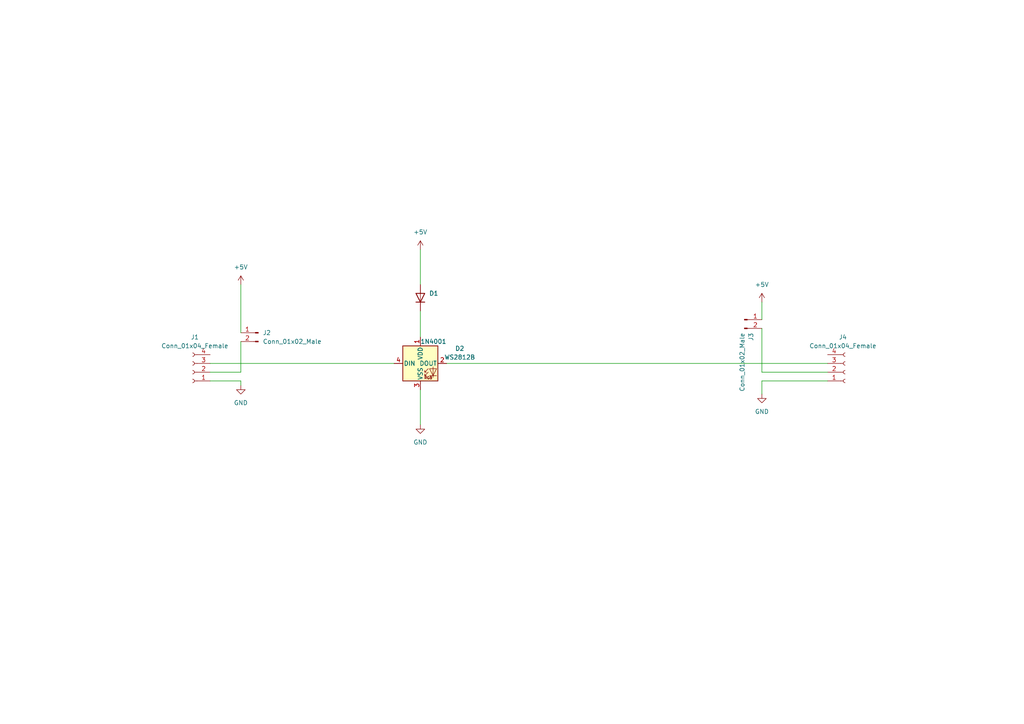
<source format=kicad_sch>
(kicad_sch (version 20211123) (generator eeschema)
  (paper "A4")
  (title_block (title "Led Level Shifter") (date "2022-04-10") (rev "1"))
  (lib_symbols
    (symbol "Connector:Conn_01x02_Male" (pin_names (offset 1.016) hide)
      (property "Reference" "J" (at 0 2.54 0))
      (property "Value" "Conn_01x02_Male" (at 0 -5.08 0))
      (symbol "Conn_01x02_Male_1_1"
        (polyline (pts (xy 1.27 -2.54) (xy 0.8636 -2.54)) (stroke (width 0.1524)))
        (polyline (pts (xy 1.27 0) (xy 0.8636 0)) (stroke (width 0.1524)))
        (rectangle (start 0.8636 -2.413) (end 0 -2.667) (stroke (width 0.1524)) (fill (type outline)))
        (rectangle (start 0.8636 0.127) (end 0 -0.127) (stroke (width 0.1524)) (fill (type outline)))
        (pin passive line (at 5.08 0 180) (length 3.81) (name "Pin_1") (number "1"))
        (pin passive line (at 5.08 -2.54 180) (length 3.81) (name "Pin_2") (number "2"))
      )
    )
    (symbol "Connector:Conn_01x04_Female" (pin_names (offset 1.016) hide)
      (property "Reference" "J" (at 0 5.08 0))
      (property "Value" "Conn_01x04_Female" (at 0 -7.62 0))
      (symbol "Conn_01x04_Female_1_1"
        (arc (start 0 -4.572) (mid -0.508 -5.08) (end 0 -5.588) (stroke (width 0.1524)))
        (arc (start 0 -2.032) (mid -0.508 -2.54) (end 0 -3.048) (stroke (width 0.1524)))
        (polyline (pts (xy -1.27 -5.08) (xy -0.508 -5.08)) (stroke (width 0.1524)))
        (polyline (pts (xy -1.27 -2.54) (xy -0.508 -2.54)) (stroke (width 0.1524)))
        (polyline (pts (xy -1.27 0) (xy -0.508 0)) (stroke (width 0.1524)))
        (polyline (pts (xy -1.27 2.54) (xy -0.508 2.54)) (stroke (width 0.1524)))
        (arc (start 0 0.508) (mid -0.508 0) (end 0 -0.508) (stroke (width 0.1524)))
        (arc (start 0 3.048) (mid -0.508 2.54) (end 0 2.032) (stroke (width 0.1524)))
        (pin passive line (at -5.08 2.54 0) (length 3.81) (name "Pin_1") (number "1"))
        (pin passive line (at -5.08 0 0) (length 3.81) (name "Pin_2") (number "2"))
        (pin passive line (at -5.08 -2.54 0) (length 3.81) (name "Pin_3") (number "3"))
        (pin passive line (at -5.08 -5.08 0) (length 3.81) (name "Pin_4") (number "4"))
      )
    )
    (symbol "Diode:1N4001" (pin_numbers hide) (pin_names (offset 1.016) hide)
      (property "Reference" "D" (at 0 2.54 0))
      (property "Value" "1N4001" (at 0 -2.54 0))
      (symbol "1N4001_0_1"
        (polyline (pts (xy -1.27 1.27) (xy -1.27 -1.27)) (stroke (width 0.254)))
        (polyline (pts (xy 1.27 0) (xy -1.27 0)))
        (polyline (pts (xy 1.27 1.27) (xy 1.27 -1.27) (xy -1.27 0) (xy 1.27 1.27)) (stroke (width 0.254)))
      )
      (symbol "1N4001_1_1"
        (pin passive line (at -3.81 0 0) (length 2.54) (name "K") (number "1"))
        (pin passive line (at 3.81 0 180) (length 2.54) (name "A") (number "2"))
      )
    )
    (symbol "LED:WS2812B" (pin_names (offset 0.254))
      (property "Reference" "D" (at 5.08 5.715 0))
      (property "Value" "WS2812B" (at 1.27 -5.715 0))
      (symbol "WS2812B_0_0"
        (text "RGB" (at 2.286 -4.191 0) (effects (font (size 0.762 0.762))))
      )
      (symbol "WS2812B_0_1"
        (polyline (pts (xy 1.27 -3.556) (xy 1.778 -3.556)))
        (polyline (pts (xy 1.27 -2.54) (xy 1.778 -2.54)))
        (polyline (pts (xy 4.699 -3.556) (xy 2.667 -3.556)))
        (polyline (pts (xy 2.286 -2.54) (xy 1.27 -3.556) (xy 1.27 -3.048)))
        (polyline (pts (xy 2.286 -1.524) (xy 1.27 -2.54) (xy 1.27 -2.032)))
        (polyline (pts (xy 3.683 -1.016) (xy 3.683 -3.556) (xy 3.683 -4.064)))
        (polyline (pts (xy 4.699 -1.524) (xy 2.667 -1.524) (xy 3.683 -3.556) (xy 4.699 -1.524)))
        (rectangle (start 5.08 5.08) (end -5.08 -5.08) (stroke (width 0.254)) (fill (type background)))
      )
      (symbol "WS2812B_1_1"
        (pin power_in line (at 0 7.62 270) (length 2.54) (name "VDD") (number "1"))
        (pin output line (at 7.62 0 180) (length 2.54) (name "DOUT") (number "2"))
        (pin power_in line (at 0 -7.62 90) (length 2.54) (name "VSS") (number "3"))
        (pin input line (at -7.62 0 0) (length 2.54) (name "DIN") (number "4"))
      )
    )
    (symbol "power:+5V" (power) (pin_names (offset 0))
      (property "Value" "+5V" (at 0 3.556 0))
      (symbol "+5V_0_1"
        (polyline (pts (xy -0.762 1.27) (xy 0 2.54)))
        (polyline (pts (xy 0 0) (xy 0 2.54)))
        (polyline (pts (xy 0 2.54) (xy 0.762 1.27)))
      )
      (symbol "+5V_1_1"
        (pin power_in line (at 0 0 90) (length 0) hide (name "+5V") (number "1"))
      )
    )
    (symbol "power:GND" (power) (pin_names (offset 0))
      (property "Value" "GND" (at 0 -3.81 0))
      (symbol "GND_0_1"
        (polyline (pts (xy 0 0) (xy 0 -1.27) (xy 1.27 -1.27) (xy 0 -2.54) (xy -1.27 -1.27) (xy 0 -1.27)))
      )
      (symbol "GND_1_1"
        (pin power_in line (at 0 0 270) (length 0) hide (name "GND") (number "1"))
      )
    )
  )
  (wire (pts (xy 69.85 107.95) (xy 69.85 99.06)))
  (wire (pts (xy 220.98 110.49) (xy 220.98 114.3)))
  (wire (pts (xy 129.54 105.41) (xy 240.03 105.41)))
  (wire (pts (xy 121.92 113.03) (xy 121.92 123.19)))
  (wire (pts (xy 240.03 110.49) (xy 220.98 110.49)))
  (wire (pts (xy 240.03 107.95) (xy 220.98 107.95)))
  (wire (pts (xy 60.96 110.49) (xy 69.85 110.49)))
  (wire (pts (xy 121.92 90.17) (xy 121.92 97.79)))
  (wire (pts (xy 121.92 72.39) (xy 121.92 82.55)))
  (wire (pts (xy 69.85 82.55) (xy 69.85 96.52)))
  (wire (pts (xy 60.96 105.41) (xy 114.3 105.41)))
  (wire (pts (xy 220.98 87.63) (xy 220.98 92.71)))
  (wire (pts (xy 69.85 110.49) (xy 69.85 111.76)))
  (wire (pts (xy 220.98 107.95) (xy 220.98 95.25)))
  (wire (pts (xy 60.96 107.95) (xy 69.85 107.95)))
  (symbol (lib_id "power:GND") (at 220.98 114.3 0) (unit 1)
    (property "Reference" "#PWR0105" (effects hide))
    (property "Value" "GND" (at 220.98 119.38 0))
  )
  (symbol (lib_id "LED:WS2812B") (at 121.92 105.41 0) (unit 1)
    (property "Reference" "D2" (at 133.35 101.0793 0))
    (property "Value" "WS2812B" (at 133.35 103.6193 0))
    (property "Footprint" "LED_SMD:LED_WS2812B_PLCC4_5.0x5.0mm_P3.2mm" (effects hide))
    (property "Datasheet" "https://cdn-shop.adafruit.com/datasheets/WS2812B.pdf" (effects hide))
  )
  (symbol (lib_id "Diode:1N4001") (at 121.92 86.36 90) (unit 1)
    (property "Reference" "D1" (at 124.46 85.0899 90) (effects (justify right)))
    (property "Value" "1N4001" (at 121.92 99.06 90) (effects (justify right)))
    (property "Footprint" "Diode_THT:D_DO-41_SOD81_P10.16mm_Horizontal" (effects hide))
    (property "Datasheet" "http://www.vishay.com/docs/88503/1n4001.pdf" (effects hide))
  )
  (symbol (lib_id "power:GND") (at 69.85 111.76 0) (unit 1)
    (property "Reference" "#PWR0103" (effects hide))
    (property "Value" "GND" (at 69.85 116.84 0))
  )
  (symbol (lib_id "power:+5V") (at 69.85 82.55 0) (unit 1)
    (property "Reference" "#PWR0104" (effects hide))
    (property "Value" "+5V" (at 69.85 77.47 0))
  )
  (symbol (lib_id "Connector:Conn_01x04_Female") (at 55.88 107.95 180) (unit 1)
    (property "Reference" "J1" (at 56.515 97.79 0))
    (property "Value" "Conn_01x04_Female" (at 56.515 100.33 0))
  )
  (symbol (lib_id "power:GND") (at 121.92 123.19 0) (unit 1)
    (property "Reference" "#PWR0101" (effects hide))
    (property "Value" "GND" (at 121.92 128.27 0))
  )
  (symbol (lib_id "power:+5V") (at 220.98 87.63 0) (unit 1)
    (property "Reference" "#PWR0106" (effects hide))
    (property "Value" "+5V" (at 220.98 82.55 0))
  )
  (symbol (lib_id "Connector:Conn_01x02_Male") (at 215.9 92.71 0) (unit 1)
    (property "Reference" "J3" (at 217.8051 96.52 90) (effects (justify right)))
    (property "Value" "Conn_01x02_Male" (at 215.2651 96.52 90) (effects (justify right)))
  )
  (symbol (lib_id "Connector:Conn_01x04_Female") (at 245.11 107.95 0) (mirror x) (unit 1)
    (property "Reference" "J4" (at 244.475 97.79 0))
    (property "Value" "Conn_01x04_Female" (at 244.475 100.33 0))
  )
  (symbol (lib_id "power:+5V") (at 121.92 72.39 0) (unit 1)
    (property "Reference" "#PWR0102" (effects hide))
    (property "Value" "+5V" (at 121.92 67.31 0))
  )
  (symbol (lib_id "Connector:Conn_01x02_Male") (at 74.93 96.52 0) (mirror y) (unit 1)
    (property "Reference" "J2" (at 76.2 96.5199 0) (effects (justify right)))
    (property "Value" "Conn_01x02_Male" (at 76.2 99.0599 0) (effects (justify right)))
  )
)
</source>
